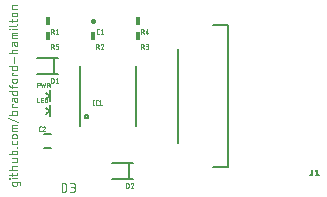
<source format=gbr>
G04 EAGLE Gerber RS-274X export*
G75*
%MOMM*%
%FSLAX34Y34*%
%LPD*%
%INSilkscreen Top*%
%IPPOS*%
%AMOC8*
5,1,8,0,0,1.08239X$1,22.5*%
G01*
%ADD10C,0.050800*%
%ADD11C,0.406400*%
%ADD12C,0.025400*%
%ADD13C,0.152400*%
%ADD14C,0.203200*%
%ADD15C,0.076200*%
%ADD16R,0.406400X0.711200*%
%ADD17C,0.127000*%


D10*
X177546Y28815D02*
X177546Y26839D01*
X177544Y26773D01*
X177539Y26706D01*
X177529Y26641D01*
X177516Y26575D01*
X177500Y26511D01*
X177480Y26448D01*
X177456Y26386D01*
X177429Y26325D01*
X177398Y26266D01*
X177364Y26209D01*
X177327Y26153D01*
X177287Y26100D01*
X177245Y26049D01*
X177199Y26001D01*
X177151Y25955D01*
X177100Y25913D01*
X177047Y25873D01*
X176991Y25836D01*
X176934Y25802D01*
X176875Y25771D01*
X176814Y25744D01*
X176752Y25720D01*
X176689Y25700D01*
X176625Y25684D01*
X176559Y25671D01*
X176494Y25661D01*
X176427Y25656D01*
X176361Y25654D01*
X173990Y25654D01*
X173924Y25656D01*
X173857Y25661D01*
X173792Y25671D01*
X173726Y25684D01*
X173662Y25700D01*
X173599Y25720D01*
X173537Y25744D01*
X173476Y25771D01*
X173417Y25802D01*
X173360Y25836D01*
X173304Y25873D01*
X173251Y25913D01*
X173200Y25955D01*
X173152Y26001D01*
X173106Y26049D01*
X173064Y26100D01*
X173024Y26153D01*
X172987Y26209D01*
X172953Y26266D01*
X172922Y26325D01*
X172895Y26386D01*
X172871Y26448D01*
X172851Y26511D01*
X172835Y26575D01*
X172822Y26641D01*
X172812Y26706D01*
X172807Y26773D01*
X172805Y26839D01*
X172805Y28815D01*
X178731Y28815D01*
X178797Y28813D01*
X178864Y28808D01*
X178929Y28798D01*
X178995Y28785D01*
X179059Y28769D01*
X179122Y28749D01*
X179184Y28725D01*
X179245Y28698D01*
X179304Y28667D01*
X179361Y28633D01*
X179417Y28596D01*
X179470Y28556D01*
X179521Y28514D01*
X179569Y28468D01*
X179615Y28420D01*
X179657Y28369D01*
X179697Y28316D01*
X179734Y28260D01*
X179768Y28203D01*
X179799Y28144D01*
X179826Y28083D01*
X179850Y28021D01*
X179870Y27958D01*
X179886Y27894D01*
X179899Y27828D01*
X179909Y27763D01*
X179914Y27696D01*
X179916Y27630D01*
X179917Y27630D02*
X179917Y26049D01*
X177546Y31839D02*
X172805Y31839D01*
X170829Y31641D02*
X170434Y31641D01*
X170434Y32036D01*
X170829Y32036D01*
X170829Y31641D01*
X172805Y34032D02*
X172805Y36402D01*
X170434Y34822D02*
X176361Y34822D01*
X176427Y34824D01*
X176494Y34829D01*
X176559Y34839D01*
X176625Y34852D01*
X176689Y34868D01*
X176752Y34888D01*
X176814Y34912D01*
X176875Y34939D01*
X176934Y34970D01*
X176991Y35004D01*
X177047Y35041D01*
X177100Y35081D01*
X177151Y35123D01*
X177199Y35169D01*
X177245Y35217D01*
X177287Y35268D01*
X177327Y35321D01*
X177364Y35377D01*
X177398Y35434D01*
X177429Y35493D01*
X177456Y35554D01*
X177480Y35616D01*
X177500Y35679D01*
X177516Y35743D01*
X177529Y35809D01*
X177539Y35874D01*
X177544Y35941D01*
X177546Y36007D01*
X177546Y36402D01*
X177546Y39174D02*
X170434Y39174D01*
X172805Y39174D02*
X172805Y41149D01*
X172807Y41215D01*
X172812Y41282D01*
X172822Y41347D01*
X172835Y41413D01*
X172851Y41477D01*
X172871Y41540D01*
X172895Y41602D01*
X172922Y41663D01*
X172953Y41722D01*
X172987Y41779D01*
X173024Y41835D01*
X173064Y41888D01*
X173106Y41939D01*
X173152Y41987D01*
X173200Y42033D01*
X173251Y42075D01*
X173304Y42115D01*
X173360Y42152D01*
X173417Y42186D01*
X173476Y42217D01*
X173536Y42244D01*
X173599Y42267D01*
X173662Y42288D01*
X173726Y42304D01*
X173791Y42317D01*
X173857Y42327D01*
X173924Y42332D01*
X173990Y42334D01*
X173990Y42335D02*
X177546Y42335D01*
X176361Y45574D02*
X172805Y45574D01*
X176361Y45575D02*
X176427Y45577D01*
X176494Y45582D01*
X176559Y45592D01*
X176625Y45605D01*
X176689Y45621D01*
X176752Y45641D01*
X176814Y45665D01*
X176875Y45692D01*
X176934Y45723D01*
X176991Y45757D01*
X177047Y45794D01*
X177100Y45834D01*
X177151Y45876D01*
X177199Y45922D01*
X177245Y45970D01*
X177287Y46021D01*
X177327Y46074D01*
X177364Y46130D01*
X177398Y46187D01*
X177429Y46246D01*
X177456Y46307D01*
X177480Y46369D01*
X177500Y46432D01*
X177516Y46496D01*
X177529Y46562D01*
X177539Y46627D01*
X177544Y46694D01*
X177546Y46760D01*
X177546Y48735D01*
X172805Y48735D01*
X170434Y52008D02*
X177546Y52008D01*
X177546Y53983D01*
X177544Y54049D01*
X177539Y54116D01*
X177529Y54181D01*
X177516Y54247D01*
X177500Y54311D01*
X177480Y54374D01*
X177456Y54436D01*
X177429Y54497D01*
X177398Y54556D01*
X177364Y54613D01*
X177327Y54669D01*
X177287Y54722D01*
X177245Y54773D01*
X177199Y54821D01*
X177151Y54867D01*
X177100Y54909D01*
X177047Y54949D01*
X176991Y54986D01*
X176934Y55020D01*
X176875Y55051D01*
X176814Y55078D01*
X176752Y55102D01*
X176689Y55122D01*
X176625Y55138D01*
X176559Y55151D01*
X176494Y55161D01*
X176427Y55166D01*
X176361Y55168D01*
X173990Y55168D01*
X173924Y55166D01*
X173857Y55161D01*
X173792Y55151D01*
X173726Y55138D01*
X173662Y55122D01*
X173599Y55102D01*
X173537Y55078D01*
X173476Y55051D01*
X173417Y55020D01*
X173360Y54986D01*
X173304Y54949D01*
X173251Y54909D01*
X173200Y54867D01*
X173152Y54821D01*
X173106Y54773D01*
X173064Y54722D01*
X173024Y54669D01*
X172987Y54613D01*
X172953Y54556D01*
X172922Y54497D01*
X172895Y54436D01*
X172871Y54374D01*
X172851Y54311D01*
X172835Y54247D01*
X172822Y54181D01*
X172812Y54116D01*
X172807Y54049D01*
X172805Y53983D01*
X172805Y52008D01*
X177151Y57701D02*
X177546Y57701D01*
X177151Y57701D02*
X177151Y58097D01*
X177546Y58097D01*
X177546Y57701D01*
X177546Y61855D02*
X177546Y63435D01*
X177546Y61855D02*
X177544Y61789D01*
X177539Y61722D01*
X177529Y61657D01*
X177516Y61591D01*
X177500Y61527D01*
X177480Y61464D01*
X177456Y61402D01*
X177429Y61341D01*
X177398Y61282D01*
X177364Y61225D01*
X177327Y61169D01*
X177287Y61116D01*
X177245Y61065D01*
X177199Y61017D01*
X177151Y60971D01*
X177100Y60929D01*
X177047Y60889D01*
X176991Y60852D01*
X176934Y60818D01*
X176875Y60787D01*
X176814Y60760D01*
X176752Y60736D01*
X176689Y60716D01*
X176625Y60700D01*
X176559Y60687D01*
X176494Y60677D01*
X176427Y60672D01*
X176361Y60670D01*
X176361Y60669D02*
X173990Y60669D01*
X173990Y60670D02*
X173924Y60672D01*
X173857Y60677D01*
X173792Y60687D01*
X173726Y60700D01*
X173662Y60716D01*
X173599Y60736D01*
X173537Y60760D01*
X173476Y60787D01*
X173417Y60818D01*
X173360Y60852D01*
X173304Y60889D01*
X173251Y60929D01*
X173200Y60971D01*
X173152Y61017D01*
X173106Y61065D01*
X173064Y61116D01*
X173024Y61169D01*
X172987Y61225D01*
X172953Y61282D01*
X172922Y61341D01*
X172895Y61402D01*
X172871Y61464D01*
X172851Y61527D01*
X172835Y61591D01*
X172822Y61657D01*
X172812Y61722D01*
X172807Y61789D01*
X172805Y61855D01*
X172805Y63435D01*
X174385Y65920D02*
X175966Y65920D01*
X174385Y65920D02*
X174306Y65922D01*
X174228Y65928D01*
X174150Y65938D01*
X174072Y65951D01*
X173995Y65969D01*
X173919Y65990D01*
X173845Y66015D01*
X173771Y66044D01*
X173699Y66076D01*
X173629Y66112D01*
X173561Y66152D01*
X173495Y66195D01*
X173431Y66241D01*
X173369Y66290D01*
X173310Y66342D01*
X173254Y66397D01*
X173200Y66455D01*
X173150Y66515D01*
X173102Y66578D01*
X173058Y66643D01*
X173017Y66710D01*
X172979Y66779D01*
X172945Y66850D01*
X172914Y66923D01*
X172887Y66997D01*
X172864Y67072D01*
X172845Y67148D01*
X172829Y67226D01*
X172817Y67304D01*
X172809Y67382D01*
X172805Y67461D01*
X172805Y67539D01*
X172809Y67618D01*
X172817Y67696D01*
X172829Y67774D01*
X172845Y67852D01*
X172864Y67928D01*
X172887Y68003D01*
X172914Y68077D01*
X172945Y68150D01*
X172979Y68221D01*
X173017Y68290D01*
X173058Y68357D01*
X173102Y68422D01*
X173150Y68485D01*
X173200Y68545D01*
X173254Y68603D01*
X173310Y68658D01*
X173369Y68710D01*
X173431Y68759D01*
X173495Y68805D01*
X173561Y68848D01*
X173629Y68888D01*
X173699Y68924D01*
X173771Y68956D01*
X173845Y68985D01*
X173919Y69010D01*
X173995Y69031D01*
X174072Y69049D01*
X174150Y69062D01*
X174228Y69072D01*
X174306Y69078D01*
X174385Y69080D01*
X174385Y69081D02*
X175966Y69081D01*
X175966Y69080D02*
X176045Y69078D01*
X176123Y69072D01*
X176201Y69062D01*
X176279Y69049D01*
X176356Y69031D01*
X176432Y69010D01*
X176506Y68985D01*
X176580Y68956D01*
X176652Y68924D01*
X176722Y68888D01*
X176790Y68848D01*
X176856Y68805D01*
X176920Y68759D01*
X176982Y68710D01*
X177041Y68658D01*
X177097Y68603D01*
X177151Y68545D01*
X177201Y68485D01*
X177249Y68422D01*
X177293Y68357D01*
X177334Y68290D01*
X177372Y68221D01*
X177406Y68150D01*
X177437Y68077D01*
X177464Y68003D01*
X177487Y67928D01*
X177506Y67852D01*
X177522Y67774D01*
X177534Y67696D01*
X177542Y67618D01*
X177546Y67539D01*
X177546Y67461D01*
X177542Y67382D01*
X177534Y67304D01*
X177522Y67226D01*
X177506Y67148D01*
X177487Y67072D01*
X177464Y66997D01*
X177437Y66923D01*
X177406Y66850D01*
X177372Y66779D01*
X177334Y66710D01*
X177293Y66643D01*
X177249Y66578D01*
X177201Y66515D01*
X177151Y66455D01*
X177097Y66397D01*
X177041Y66342D01*
X176982Y66290D01*
X176920Y66241D01*
X176856Y66195D01*
X176790Y66152D01*
X176722Y66112D01*
X176652Y66076D01*
X176580Y66044D01*
X176506Y66015D01*
X176432Y65990D01*
X176356Y65969D01*
X176279Y65951D01*
X176201Y65938D01*
X176123Y65928D01*
X176045Y65922D01*
X175966Y65920D01*
X177546Y72216D02*
X172805Y72216D01*
X172805Y75772D01*
X172807Y75838D01*
X172812Y75905D01*
X172822Y75970D01*
X172835Y76036D01*
X172851Y76100D01*
X172871Y76163D01*
X172895Y76225D01*
X172922Y76286D01*
X172953Y76345D01*
X172987Y76402D01*
X173024Y76458D01*
X173064Y76511D01*
X173106Y76562D01*
X173152Y76610D01*
X173200Y76656D01*
X173251Y76698D01*
X173304Y76738D01*
X173360Y76775D01*
X173417Y76809D01*
X173476Y76840D01*
X173537Y76867D01*
X173599Y76891D01*
X173662Y76911D01*
X173726Y76927D01*
X173792Y76940D01*
X173857Y76950D01*
X173924Y76955D01*
X173990Y76957D01*
X177546Y76957D01*
X177546Y74587D02*
X172805Y74587D01*
X178336Y79864D02*
X169644Y83025D01*
X170434Y85840D02*
X177546Y85840D01*
X177546Y87816D01*
X177544Y87882D01*
X177539Y87949D01*
X177529Y88014D01*
X177516Y88080D01*
X177500Y88144D01*
X177480Y88207D01*
X177456Y88269D01*
X177429Y88330D01*
X177398Y88389D01*
X177364Y88446D01*
X177327Y88502D01*
X177287Y88555D01*
X177245Y88606D01*
X177199Y88654D01*
X177151Y88700D01*
X177100Y88742D01*
X177047Y88782D01*
X176991Y88819D01*
X176934Y88853D01*
X176875Y88884D01*
X176814Y88911D01*
X176752Y88935D01*
X176689Y88955D01*
X176625Y88971D01*
X176559Y88984D01*
X176494Y88994D01*
X176427Y88999D01*
X176361Y89001D01*
X173990Y89001D01*
X173924Y88999D01*
X173857Y88994D01*
X173792Y88984D01*
X173726Y88971D01*
X173662Y88955D01*
X173599Y88935D01*
X173537Y88911D01*
X173476Y88884D01*
X173417Y88853D01*
X173360Y88819D01*
X173304Y88782D01*
X173251Y88742D01*
X173200Y88700D01*
X173152Y88654D01*
X173106Y88606D01*
X173064Y88555D01*
X173024Y88502D01*
X172987Y88446D01*
X172953Y88389D01*
X172922Y88330D01*
X172895Y88269D01*
X172871Y88207D01*
X172851Y88144D01*
X172835Y88080D01*
X172822Y88014D01*
X172812Y87949D01*
X172807Y87882D01*
X172805Y87816D01*
X172805Y85840D01*
X172805Y92016D02*
X177546Y92016D01*
X172805Y92016D02*
X172805Y94387D01*
X173595Y94387D01*
X174780Y97902D02*
X174780Y99680D01*
X174780Y97902D02*
X174782Y97828D01*
X174788Y97755D01*
X174798Y97682D01*
X174811Y97610D01*
X174829Y97538D01*
X174850Y97468D01*
X174875Y97398D01*
X174904Y97331D01*
X174936Y97264D01*
X174971Y97200D01*
X175011Y97137D01*
X175053Y97077D01*
X175098Y97019D01*
X175147Y96964D01*
X175198Y96911D01*
X175252Y96861D01*
X175309Y96814D01*
X175368Y96770D01*
X175429Y96730D01*
X175493Y96692D01*
X175558Y96658D01*
X175625Y96628D01*
X175694Y96601D01*
X175764Y96578D01*
X175835Y96559D01*
X175907Y96543D01*
X175979Y96531D01*
X176053Y96523D01*
X176126Y96519D01*
X176200Y96519D01*
X176273Y96523D01*
X176347Y96531D01*
X176419Y96543D01*
X176491Y96559D01*
X176562Y96578D01*
X176632Y96601D01*
X176701Y96628D01*
X176768Y96658D01*
X176833Y96692D01*
X176897Y96730D01*
X176958Y96770D01*
X177017Y96814D01*
X177074Y96861D01*
X177128Y96911D01*
X177179Y96964D01*
X177228Y97019D01*
X177273Y97077D01*
X177315Y97137D01*
X177355Y97200D01*
X177390Y97264D01*
X177422Y97331D01*
X177451Y97398D01*
X177476Y97468D01*
X177497Y97538D01*
X177515Y97610D01*
X177528Y97682D01*
X177538Y97755D01*
X177544Y97828D01*
X177546Y97902D01*
X177546Y99680D01*
X173990Y99680D01*
X173924Y99678D01*
X173857Y99673D01*
X173792Y99663D01*
X173726Y99650D01*
X173662Y99634D01*
X173599Y99614D01*
X173537Y99590D01*
X173476Y99563D01*
X173417Y99532D01*
X173360Y99498D01*
X173304Y99461D01*
X173251Y99421D01*
X173200Y99379D01*
X173152Y99333D01*
X173106Y99285D01*
X173064Y99234D01*
X173024Y99181D01*
X172987Y99125D01*
X172953Y99068D01*
X172922Y99009D01*
X172895Y98948D01*
X172871Y98886D01*
X172851Y98823D01*
X172835Y98759D01*
X172822Y98693D01*
X172812Y98628D01*
X172807Y98561D01*
X172805Y98495D01*
X172805Y96915D01*
X170434Y105852D02*
X177546Y105852D01*
X177546Y103877D01*
X177544Y103811D01*
X177539Y103744D01*
X177529Y103679D01*
X177516Y103613D01*
X177500Y103549D01*
X177480Y103486D01*
X177456Y103424D01*
X177429Y103363D01*
X177398Y103304D01*
X177364Y103247D01*
X177327Y103191D01*
X177287Y103138D01*
X177245Y103087D01*
X177199Y103039D01*
X177151Y102993D01*
X177100Y102951D01*
X177047Y102911D01*
X176991Y102874D01*
X176934Y102840D01*
X176875Y102809D01*
X176814Y102782D01*
X176752Y102758D01*
X176689Y102738D01*
X176625Y102722D01*
X176559Y102709D01*
X176494Y102699D01*
X176427Y102694D01*
X176361Y102692D01*
X173990Y102692D01*
X173924Y102694D01*
X173857Y102699D01*
X173792Y102709D01*
X173726Y102722D01*
X173662Y102738D01*
X173599Y102758D01*
X173537Y102782D01*
X173476Y102809D01*
X173417Y102840D01*
X173360Y102874D01*
X173304Y102911D01*
X173251Y102951D01*
X173200Y102993D01*
X173152Y103039D01*
X173106Y103087D01*
X173064Y103138D01*
X173024Y103191D01*
X172987Y103247D01*
X172953Y103304D01*
X172922Y103363D01*
X172895Y103424D01*
X172871Y103486D01*
X172851Y103549D01*
X172835Y103613D01*
X172822Y103679D01*
X172812Y103744D01*
X172807Y103811D01*
X172805Y103877D01*
X172805Y105852D01*
X171619Y109279D02*
X177546Y109279D01*
X171619Y109279D02*
X171553Y109281D01*
X171486Y109286D01*
X171421Y109296D01*
X171355Y109309D01*
X171291Y109325D01*
X171228Y109345D01*
X171166Y109369D01*
X171105Y109396D01*
X171046Y109427D01*
X170989Y109461D01*
X170933Y109498D01*
X170880Y109538D01*
X170829Y109580D01*
X170781Y109626D01*
X170735Y109674D01*
X170693Y109725D01*
X170653Y109778D01*
X170616Y109834D01*
X170582Y109891D01*
X170551Y109950D01*
X170524Y110010D01*
X170501Y110073D01*
X170480Y110136D01*
X170464Y110200D01*
X170451Y110265D01*
X170441Y110331D01*
X170436Y110397D01*
X170434Y110464D01*
X170434Y110859D01*
X172805Y110859D02*
X172805Y108489D01*
X174385Y112782D02*
X175966Y112782D01*
X174385Y112783D02*
X174306Y112785D01*
X174228Y112791D01*
X174150Y112801D01*
X174072Y112814D01*
X173995Y112832D01*
X173919Y112853D01*
X173845Y112878D01*
X173771Y112907D01*
X173699Y112939D01*
X173629Y112975D01*
X173561Y113015D01*
X173495Y113058D01*
X173431Y113104D01*
X173369Y113153D01*
X173310Y113205D01*
X173254Y113260D01*
X173200Y113318D01*
X173150Y113378D01*
X173102Y113441D01*
X173058Y113506D01*
X173017Y113573D01*
X172979Y113642D01*
X172945Y113713D01*
X172914Y113786D01*
X172887Y113860D01*
X172864Y113935D01*
X172845Y114011D01*
X172829Y114089D01*
X172817Y114167D01*
X172809Y114245D01*
X172805Y114324D01*
X172805Y114402D01*
X172809Y114481D01*
X172817Y114559D01*
X172829Y114637D01*
X172845Y114715D01*
X172864Y114791D01*
X172887Y114866D01*
X172914Y114940D01*
X172945Y115013D01*
X172979Y115084D01*
X173017Y115153D01*
X173058Y115220D01*
X173102Y115285D01*
X173150Y115348D01*
X173200Y115408D01*
X173254Y115466D01*
X173310Y115521D01*
X173369Y115573D01*
X173431Y115622D01*
X173495Y115668D01*
X173561Y115711D01*
X173629Y115751D01*
X173699Y115787D01*
X173771Y115819D01*
X173845Y115848D01*
X173919Y115873D01*
X173995Y115894D01*
X174072Y115912D01*
X174150Y115925D01*
X174228Y115935D01*
X174306Y115941D01*
X174385Y115943D01*
X175966Y115943D01*
X176045Y115941D01*
X176123Y115935D01*
X176201Y115925D01*
X176279Y115912D01*
X176356Y115894D01*
X176432Y115873D01*
X176506Y115848D01*
X176580Y115819D01*
X176652Y115787D01*
X176722Y115751D01*
X176790Y115711D01*
X176856Y115668D01*
X176920Y115622D01*
X176982Y115573D01*
X177041Y115521D01*
X177097Y115466D01*
X177151Y115408D01*
X177201Y115348D01*
X177249Y115285D01*
X177293Y115220D01*
X177334Y115153D01*
X177372Y115084D01*
X177406Y115013D01*
X177437Y114940D01*
X177464Y114866D01*
X177487Y114791D01*
X177506Y114715D01*
X177522Y114637D01*
X177534Y114559D01*
X177542Y114481D01*
X177546Y114402D01*
X177546Y114324D01*
X177542Y114245D01*
X177534Y114167D01*
X177522Y114089D01*
X177506Y114011D01*
X177487Y113935D01*
X177464Y113860D01*
X177437Y113786D01*
X177406Y113713D01*
X177372Y113642D01*
X177334Y113573D01*
X177293Y113506D01*
X177249Y113441D01*
X177201Y113378D01*
X177151Y113318D01*
X177097Y113260D01*
X177041Y113205D01*
X176982Y113153D01*
X176920Y113104D01*
X176856Y113058D01*
X176790Y113015D01*
X176722Y112975D01*
X176652Y112939D01*
X176580Y112907D01*
X176506Y112878D01*
X176432Y112853D01*
X176356Y112832D01*
X176279Y112814D01*
X176201Y112801D01*
X176123Y112791D01*
X176045Y112785D01*
X175966Y112783D01*
X177546Y118991D02*
X172805Y118991D01*
X172805Y121362D01*
X173595Y121362D01*
X170434Y126655D02*
X177546Y126655D01*
X177546Y124679D01*
X177544Y124613D01*
X177539Y124546D01*
X177529Y124481D01*
X177516Y124415D01*
X177500Y124351D01*
X177480Y124288D01*
X177456Y124226D01*
X177429Y124165D01*
X177398Y124106D01*
X177364Y124049D01*
X177327Y123993D01*
X177287Y123940D01*
X177245Y123889D01*
X177199Y123841D01*
X177151Y123795D01*
X177100Y123753D01*
X177047Y123713D01*
X176991Y123676D01*
X176934Y123642D01*
X176875Y123611D01*
X176814Y123584D01*
X176752Y123560D01*
X176689Y123540D01*
X176625Y123524D01*
X176559Y123511D01*
X176494Y123501D01*
X176427Y123496D01*
X176361Y123494D01*
X173990Y123494D01*
X173924Y123496D01*
X173857Y123501D01*
X173792Y123511D01*
X173726Y123524D01*
X173662Y123540D01*
X173599Y123560D01*
X173537Y123584D01*
X173476Y123611D01*
X173417Y123642D01*
X173360Y123676D01*
X173304Y123713D01*
X173251Y123753D01*
X173200Y123795D01*
X173152Y123841D01*
X173106Y123889D01*
X173064Y123940D01*
X173024Y123993D01*
X172987Y124049D01*
X172953Y124106D01*
X172922Y124165D01*
X172895Y124226D01*
X172871Y124288D01*
X172851Y124351D01*
X172835Y124415D01*
X172822Y124481D01*
X172812Y124546D01*
X172807Y124613D01*
X172805Y124679D01*
X172805Y126655D01*
X174780Y129823D02*
X174780Y134564D01*
X177546Y137700D02*
X170434Y137700D01*
X172805Y137700D02*
X172805Y139675D01*
X172807Y139741D01*
X172812Y139808D01*
X172822Y139873D01*
X172835Y139939D01*
X172851Y140003D01*
X172871Y140066D01*
X172895Y140128D01*
X172922Y140189D01*
X172953Y140248D01*
X172987Y140305D01*
X173024Y140361D01*
X173064Y140414D01*
X173106Y140465D01*
X173152Y140513D01*
X173200Y140559D01*
X173251Y140601D01*
X173304Y140641D01*
X173360Y140678D01*
X173417Y140712D01*
X173476Y140743D01*
X173536Y140770D01*
X173599Y140793D01*
X173662Y140814D01*
X173726Y140830D01*
X173791Y140843D01*
X173857Y140853D01*
X173924Y140858D01*
X173990Y140860D01*
X177546Y140860D01*
X174780Y145222D02*
X174780Y147000D01*
X174780Y145222D02*
X174782Y145148D01*
X174788Y145075D01*
X174798Y145002D01*
X174811Y144930D01*
X174829Y144858D01*
X174850Y144788D01*
X174875Y144718D01*
X174904Y144651D01*
X174936Y144584D01*
X174971Y144520D01*
X175011Y144457D01*
X175053Y144397D01*
X175098Y144339D01*
X175147Y144284D01*
X175198Y144231D01*
X175252Y144181D01*
X175309Y144134D01*
X175368Y144090D01*
X175429Y144050D01*
X175493Y144012D01*
X175558Y143978D01*
X175625Y143948D01*
X175694Y143921D01*
X175764Y143898D01*
X175835Y143879D01*
X175907Y143863D01*
X175979Y143851D01*
X176053Y143843D01*
X176126Y143839D01*
X176200Y143839D01*
X176273Y143843D01*
X176347Y143851D01*
X176419Y143863D01*
X176491Y143879D01*
X176562Y143898D01*
X176632Y143921D01*
X176701Y143948D01*
X176768Y143978D01*
X176833Y144012D01*
X176897Y144050D01*
X176958Y144090D01*
X177017Y144134D01*
X177074Y144181D01*
X177128Y144231D01*
X177179Y144284D01*
X177228Y144339D01*
X177273Y144397D01*
X177315Y144457D01*
X177355Y144520D01*
X177390Y144584D01*
X177422Y144651D01*
X177451Y144718D01*
X177476Y144788D01*
X177497Y144858D01*
X177515Y144930D01*
X177528Y145002D01*
X177538Y145075D01*
X177544Y145148D01*
X177546Y145222D01*
X177546Y147000D01*
X173990Y147000D01*
X173924Y146998D01*
X173857Y146993D01*
X173792Y146983D01*
X173726Y146970D01*
X173662Y146954D01*
X173599Y146934D01*
X173537Y146910D01*
X173476Y146883D01*
X173417Y146852D01*
X173360Y146818D01*
X173304Y146781D01*
X173251Y146741D01*
X173200Y146699D01*
X173152Y146653D01*
X173106Y146605D01*
X173064Y146554D01*
X173024Y146501D01*
X172987Y146445D01*
X172953Y146388D01*
X172922Y146329D01*
X172895Y146268D01*
X172871Y146206D01*
X172851Y146143D01*
X172835Y146079D01*
X172822Y146013D01*
X172812Y145948D01*
X172807Y145881D01*
X172805Y145815D01*
X172805Y144234D01*
X172805Y150397D02*
X177546Y150397D01*
X172805Y150397D02*
X172805Y153953D01*
X172807Y154019D01*
X172812Y154086D01*
X172822Y154151D01*
X172835Y154217D01*
X172851Y154281D01*
X172871Y154344D01*
X172895Y154406D01*
X172922Y154467D01*
X172953Y154526D01*
X172987Y154583D01*
X173024Y154639D01*
X173064Y154692D01*
X173106Y154743D01*
X173152Y154791D01*
X173200Y154837D01*
X173251Y154879D01*
X173304Y154919D01*
X173360Y154956D01*
X173417Y154990D01*
X173476Y155021D01*
X173537Y155048D01*
X173599Y155072D01*
X173662Y155092D01*
X173726Y155108D01*
X173792Y155121D01*
X173857Y155131D01*
X173924Y155136D01*
X173990Y155138D01*
X177546Y155138D01*
X177546Y152767D02*
X172805Y152767D01*
X172805Y158254D02*
X177546Y158254D01*
X170829Y158056D02*
X170434Y158056D01*
X170434Y158451D01*
X170829Y158451D01*
X170829Y158056D01*
X170434Y161118D02*
X176361Y161118D01*
X176427Y161120D01*
X176494Y161125D01*
X176559Y161135D01*
X176625Y161148D01*
X176689Y161164D01*
X176752Y161184D01*
X176814Y161208D01*
X176875Y161235D01*
X176934Y161266D01*
X176991Y161300D01*
X177047Y161337D01*
X177100Y161377D01*
X177151Y161419D01*
X177199Y161465D01*
X177245Y161513D01*
X177287Y161564D01*
X177327Y161617D01*
X177364Y161673D01*
X177398Y161730D01*
X177429Y161789D01*
X177456Y161850D01*
X177480Y161912D01*
X177500Y161975D01*
X177516Y162039D01*
X177529Y162105D01*
X177539Y162170D01*
X177544Y162237D01*
X177546Y162303D01*
X172805Y164104D02*
X172805Y166475D01*
X170434Y164894D02*
X176361Y164894D01*
X176361Y164895D02*
X176427Y164897D01*
X176494Y164902D01*
X176559Y164912D01*
X176625Y164925D01*
X176689Y164941D01*
X176752Y164961D01*
X176814Y164985D01*
X176875Y165012D01*
X176934Y165043D01*
X176991Y165077D01*
X177047Y165114D01*
X177100Y165154D01*
X177151Y165196D01*
X177199Y165242D01*
X177245Y165290D01*
X177287Y165341D01*
X177327Y165394D01*
X177364Y165450D01*
X177398Y165507D01*
X177429Y165566D01*
X177456Y165627D01*
X177480Y165689D01*
X177500Y165752D01*
X177516Y165816D01*
X177529Y165882D01*
X177539Y165947D01*
X177544Y166014D01*
X177546Y166080D01*
X177546Y166475D01*
X175966Y169018D02*
X174385Y169018D01*
X174306Y169020D01*
X174228Y169026D01*
X174150Y169036D01*
X174072Y169049D01*
X173995Y169067D01*
X173919Y169088D01*
X173845Y169113D01*
X173771Y169142D01*
X173699Y169174D01*
X173629Y169210D01*
X173561Y169250D01*
X173495Y169293D01*
X173431Y169339D01*
X173369Y169388D01*
X173310Y169440D01*
X173254Y169495D01*
X173200Y169553D01*
X173150Y169613D01*
X173102Y169676D01*
X173058Y169741D01*
X173017Y169808D01*
X172979Y169877D01*
X172945Y169948D01*
X172914Y170021D01*
X172887Y170095D01*
X172864Y170170D01*
X172845Y170246D01*
X172829Y170324D01*
X172817Y170402D01*
X172809Y170480D01*
X172805Y170559D01*
X172805Y170637D01*
X172809Y170716D01*
X172817Y170794D01*
X172829Y170872D01*
X172845Y170950D01*
X172864Y171026D01*
X172887Y171101D01*
X172914Y171175D01*
X172945Y171248D01*
X172979Y171319D01*
X173017Y171388D01*
X173058Y171455D01*
X173102Y171520D01*
X173150Y171583D01*
X173200Y171643D01*
X173254Y171701D01*
X173310Y171756D01*
X173369Y171808D01*
X173431Y171857D01*
X173495Y171903D01*
X173561Y171946D01*
X173629Y171986D01*
X173699Y172022D01*
X173771Y172054D01*
X173845Y172083D01*
X173919Y172108D01*
X173995Y172129D01*
X174072Y172147D01*
X174150Y172160D01*
X174228Y172170D01*
X174306Y172176D01*
X174385Y172178D01*
X175966Y172178D01*
X176045Y172176D01*
X176123Y172170D01*
X176201Y172160D01*
X176279Y172147D01*
X176356Y172129D01*
X176432Y172108D01*
X176506Y172083D01*
X176580Y172054D01*
X176652Y172022D01*
X176722Y171986D01*
X176790Y171946D01*
X176856Y171903D01*
X176920Y171857D01*
X176982Y171808D01*
X177041Y171756D01*
X177097Y171701D01*
X177151Y171643D01*
X177201Y171583D01*
X177249Y171520D01*
X177293Y171455D01*
X177334Y171388D01*
X177372Y171319D01*
X177406Y171248D01*
X177437Y171175D01*
X177464Y171101D01*
X177487Y171026D01*
X177506Y170950D01*
X177522Y170872D01*
X177534Y170794D01*
X177542Y170716D01*
X177546Y170637D01*
X177546Y170559D01*
X177542Y170480D01*
X177534Y170402D01*
X177522Y170324D01*
X177506Y170246D01*
X177487Y170170D01*
X177464Y170095D01*
X177437Y170021D01*
X177406Y169948D01*
X177372Y169877D01*
X177334Y169808D01*
X177293Y169741D01*
X177249Y169676D01*
X177201Y169613D01*
X177151Y169553D01*
X177097Y169495D01*
X177041Y169440D01*
X176982Y169388D01*
X176920Y169339D01*
X176856Y169293D01*
X176790Y169250D01*
X176722Y169210D01*
X176652Y169174D01*
X176580Y169142D01*
X176506Y169113D01*
X176432Y169088D01*
X176356Y169067D01*
X176279Y169049D01*
X176201Y169036D01*
X176123Y169026D01*
X176045Y169020D01*
X175966Y169018D01*
X177546Y175190D02*
X172805Y175190D01*
X172805Y177165D01*
X172807Y177231D01*
X172812Y177298D01*
X172822Y177363D01*
X172835Y177429D01*
X172851Y177493D01*
X172871Y177556D01*
X172895Y177618D01*
X172922Y177679D01*
X172953Y177738D01*
X172987Y177795D01*
X173024Y177851D01*
X173064Y177904D01*
X173106Y177955D01*
X173152Y178003D01*
X173200Y178049D01*
X173251Y178091D01*
X173304Y178131D01*
X173360Y178168D01*
X173417Y178202D01*
X173476Y178233D01*
X173536Y178260D01*
X173599Y178283D01*
X173662Y178304D01*
X173726Y178320D01*
X173791Y178333D01*
X173857Y178343D01*
X173924Y178348D01*
X173990Y178350D01*
X173990Y178351D02*
X177546Y178351D01*
D11*
X241300Y165405D02*
X241300Y164795D01*
D12*
X245736Y154178D02*
X246582Y154178D01*
X245736Y154178D02*
X245681Y154180D01*
X245625Y154185D01*
X245571Y154194D01*
X245517Y154207D01*
X245464Y154223D01*
X245412Y154242D01*
X245361Y154265D01*
X245313Y154291D01*
X245265Y154321D01*
X245220Y154353D01*
X245178Y154388D01*
X245137Y154426D01*
X245099Y154467D01*
X245064Y154509D01*
X245032Y154554D01*
X245002Y154602D01*
X244976Y154650D01*
X244953Y154701D01*
X244934Y154753D01*
X244918Y154806D01*
X244905Y154860D01*
X244896Y154914D01*
X244891Y154970D01*
X244889Y155025D01*
X244889Y157141D01*
X244891Y157199D01*
X244897Y157256D01*
X244907Y157313D01*
X244920Y157370D01*
X244938Y157425D01*
X244959Y157478D01*
X244984Y157531D01*
X245012Y157581D01*
X245044Y157629D01*
X245079Y157676D01*
X245117Y157719D01*
X245158Y157760D01*
X245201Y157798D01*
X245248Y157833D01*
X245296Y157865D01*
X245346Y157893D01*
X245399Y157918D01*
X245452Y157939D01*
X245507Y157957D01*
X245564Y157970D01*
X245621Y157980D01*
X245678Y157986D01*
X245736Y157988D01*
X246582Y157988D01*
X247946Y157141D02*
X249005Y157988D01*
X249005Y154178D01*
X250063Y154178D02*
X247946Y154178D01*
D13*
X206200Y69500D02*
X200200Y69500D01*
X200200Y57500D02*
X206200Y57500D01*
D12*
X197400Y71882D02*
X196554Y71882D01*
X196499Y71884D01*
X196443Y71889D01*
X196389Y71898D01*
X196335Y71911D01*
X196282Y71927D01*
X196230Y71946D01*
X196179Y71969D01*
X196131Y71995D01*
X196083Y72025D01*
X196038Y72057D01*
X195996Y72092D01*
X195955Y72130D01*
X195917Y72171D01*
X195882Y72213D01*
X195850Y72258D01*
X195820Y72306D01*
X195794Y72354D01*
X195771Y72405D01*
X195752Y72457D01*
X195736Y72510D01*
X195723Y72564D01*
X195714Y72618D01*
X195709Y72674D01*
X195707Y72729D01*
X195707Y74845D01*
X195709Y74903D01*
X195715Y74960D01*
X195725Y75017D01*
X195738Y75074D01*
X195756Y75129D01*
X195777Y75182D01*
X195802Y75235D01*
X195830Y75285D01*
X195862Y75333D01*
X195897Y75380D01*
X195935Y75423D01*
X195976Y75464D01*
X196019Y75502D01*
X196066Y75537D01*
X196114Y75569D01*
X196164Y75597D01*
X196217Y75622D01*
X196270Y75643D01*
X196325Y75661D01*
X196382Y75674D01*
X196439Y75684D01*
X196496Y75690D01*
X196554Y75692D01*
X197400Y75692D01*
X199929Y75693D02*
X199989Y75691D01*
X200048Y75685D01*
X200108Y75676D01*
X200166Y75663D01*
X200223Y75646D01*
X200280Y75626D01*
X200335Y75602D01*
X200388Y75575D01*
X200440Y75545D01*
X200489Y75511D01*
X200536Y75474D01*
X200581Y75435D01*
X200624Y75392D01*
X200663Y75347D01*
X200700Y75300D01*
X200734Y75251D01*
X200764Y75199D01*
X200791Y75146D01*
X200815Y75091D01*
X200835Y75034D01*
X200852Y74977D01*
X200865Y74919D01*
X200874Y74859D01*
X200880Y74800D01*
X200882Y74740D01*
X199929Y75692D02*
X199862Y75690D01*
X199795Y75685D01*
X199729Y75676D01*
X199663Y75663D01*
X199599Y75647D01*
X199535Y75627D01*
X199472Y75603D01*
X199410Y75577D01*
X199351Y75547D01*
X199293Y75514D01*
X199236Y75477D01*
X199182Y75438D01*
X199130Y75396D01*
X199081Y75351D01*
X199034Y75303D01*
X198990Y75253D01*
X198948Y75200D01*
X198910Y75145D01*
X198874Y75089D01*
X198842Y75030D01*
X198813Y74970D01*
X198787Y74908D01*
X198765Y74845D01*
X200564Y73999D02*
X200605Y74041D01*
X200644Y74086D01*
X200681Y74132D01*
X200715Y74181D01*
X200746Y74231D01*
X200773Y74283D01*
X200798Y74337D01*
X200820Y74392D01*
X200839Y74448D01*
X200854Y74505D01*
X200866Y74563D01*
X200874Y74622D01*
X200879Y74681D01*
X200881Y74740D01*
X200564Y73999D02*
X198764Y71882D01*
X200881Y71882D01*
D14*
X208200Y120500D02*
X212200Y120500D01*
X208200Y120500D02*
X194200Y120500D01*
X208200Y133500D02*
X212200Y133500D01*
X208200Y133500D02*
X194200Y133500D01*
X208200Y133500D02*
X208200Y120500D01*
D12*
X206067Y116713D02*
X206067Y112903D01*
X206067Y116713D02*
X207125Y116713D01*
X207189Y116711D01*
X207253Y116705D01*
X207316Y116696D01*
X207378Y116682D01*
X207440Y116665D01*
X207500Y116644D01*
X207559Y116620D01*
X207617Y116592D01*
X207672Y116560D01*
X207726Y116526D01*
X207777Y116488D01*
X207827Y116447D01*
X207873Y116403D01*
X207917Y116357D01*
X207958Y116307D01*
X207996Y116256D01*
X208030Y116202D01*
X208062Y116147D01*
X208090Y116089D01*
X208114Y116030D01*
X208135Y115970D01*
X208152Y115908D01*
X208166Y115846D01*
X208175Y115783D01*
X208181Y115719D01*
X208183Y115655D01*
X208184Y115655D02*
X208184Y113961D01*
X208183Y113961D02*
X208181Y113897D01*
X208175Y113833D01*
X208166Y113770D01*
X208152Y113708D01*
X208135Y113646D01*
X208114Y113586D01*
X208090Y113527D01*
X208062Y113469D01*
X208030Y113414D01*
X207996Y113360D01*
X207958Y113309D01*
X207917Y113259D01*
X207873Y113213D01*
X207827Y113169D01*
X207777Y113128D01*
X207726Y113090D01*
X207672Y113056D01*
X207617Y113024D01*
X207559Y112996D01*
X207500Y112972D01*
X207440Y112951D01*
X207378Y112934D01*
X207316Y112920D01*
X207253Y112911D01*
X207189Y112905D01*
X207125Y112903D01*
X206067Y112903D01*
X209846Y115866D02*
X210905Y116713D01*
X210905Y112903D01*
X211963Y112903D02*
X209846Y112903D01*
D14*
X271700Y31600D02*
X275700Y31600D01*
X271700Y31600D02*
X257700Y31600D01*
X271700Y44600D02*
X275700Y44600D01*
X271700Y44600D02*
X257700Y44600D01*
X271700Y44600D02*
X271700Y31600D01*
D12*
X269567Y27813D02*
X269567Y24003D01*
X269567Y27813D02*
X270625Y27813D01*
X270689Y27811D01*
X270753Y27805D01*
X270816Y27796D01*
X270878Y27782D01*
X270940Y27765D01*
X271000Y27744D01*
X271059Y27720D01*
X271117Y27692D01*
X271172Y27660D01*
X271226Y27626D01*
X271277Y27588D01*
X271327Y27547D01*
X271373Y27503D01*
X271417Y27457D01*
X271458Y27407D01*
X271496Y27356D01*
X271530Y27302D01*
X271562Y27247D01*
X271590Y27189D01*
X271614Y27130D01*
X271635Y27070D01*
X271652Y27008D01*
X271666Y26946D01*
X271675Y26883D01*
X271681Y26819D01*
X271683Y26755D01*
X271684Y26755D02*
X271684Y25061D01*
X271683Y25061D02*
X271681Y24997D01*
X271675Y24933D01*
X271666Y24870D01*
X271652Y24808D01*
X271635Y24746D01*
X271614Y24686D01*
X271590Y24627D01*
X271562Y24569D01*
X271530Y24514D01*
X271496Y24460D01*
X271458Y24409D01*
X271417Y24359D01*
X271373Y24313D01*
X271327Y24269D01*
X271277Y24228D01*
X271226Y24190D01*
X271172Y24156D01*
X271117Y24124D01*
X271059Y24096D01*
X271000Y24072D01*
X270940Y24051D01*
X270878Y24034D01*
X270816Y24020D01*
X270753Y24011D01*
X270689Y24005D01*
X270625Y24003D01*
X269567Y24003D01*
X274511Y27814D02*
X274571Y27812D01*
X274630Y27806D01*
X274690Y27797D01*
X274748Y27784D01*
X274805Y27767D01*
X274862Y27747D01*
X274917Y27723D01*
X274970Y27696D01*
X275022Y27666D01*
X275071Y27632D01*
X275118Y27595D01*
X275163Y27556D01*
X275206Y27513D01*
X275245Y27468D01*
X275282Y27421D01*
X275316Y27372D01*
X275346Y27320D01*
X275373Y27267D01*
X275397Y27212D01*
X275417Y27155D01*
X275434Y27098D01*
X275447Y27040D01*
X275456Y26980D01*
X275462Y26921D01*
X275464Y26861D01*
X274511Y27813D02*
X274444Y27811D01*
X274377Y27806D01*
X274311Y27797D01*
X274245Y27784D01*
X274181Y27768D01*
X274117Y27748D01*
X274054Y27724D01*
X273992Y27698D01*
X273933Y27668D01*
X273875Y27635D01*
X273818Y27598D01*
X273764Y27559D01*
X273712Y27517D01*
X273663Y27472D01*
X273616Y27424D01*
X273572Y27374D01*
X273530Y27321D01*
X273492Y27266D01*
X273456Y27210D01*
X273424Y27151D01*
X273395Y27091D01*
X273369Y27029D01*
X273347Y26966D01*
X275146Y26120D02*
X275187Y26162D01*
X275226Y26207D01*
X275263Y26253D01*
X275297Y26302D01*
X275328Y26352D01*
X275355Y26404D01*
X275380Y26458D01*
X275402Y26513D01*
X275421Y26569D01*
X275436Y26626D01*
X275448Y26684D01*
X275456Y26743D01*
X275461Y26802D01*
X275463Y26861D01*
X275146Y26120D02*
X273346Y24003D01*
X275463Y24003D01*
D15*
X214868Y20353D02*
X214868Y27719D01*
X216914Y27719D01*
X217003Y27717D01*
X217092Y27711D01*
X217181Y27701D01*
X217269Y27688D01*
X217357Y27671D01*
X217444Y27649D01*
X217529Y27624D01*
X217614Y27596D01*
X217697Y27563D01*
X217779Y27527D01*
X217859Y27488D01*
X217937Y27445D01*
X218013Y27399D01*
X218088Y27349D01*
X218160Y27296D01*
X218229Y27240D01*
X218296Y27181D01*
X218361Y27120D01*
X218422Y27055D01*
X218481Y26988D01*
X218537Y26919D01*
X218590Y26847D01*
X218640Y26772D01*
X218686Y26696D01*
X218729Y26618D01*
X218768Y26538D01*
X218804Y26456D01*
X218837Y26373D01*
X218865Y26288D01*
X218890Y26203D01*
X218912Y26116D01*
X218929Y26028D01*
X218942Y25940D01*
X218952Y25851D01*
X218958Y25762D01*
X218960Y25673D01*
X218960Y22399D01*
X218958Y22310D01*
X218952Y22221D01*
X218942Y22132D01*
X218929Y22044D01*
X218912Y21956D01*
X218890Y21869D01*
X218865Y21784D01*
X218837Y21699D01*
X218804Y21616D01*
X218768Y21534D01*
X218729Y21454D01*
X218686Y21376D01*
X218640Y21300D01*
X218590Y21225D01*
X218537Y21153D01*
X218481Y21084D01*
X218422Y21017D01*
X218361Y20952D01*
X218296Y20891D01*
X218229Y20832D01*
X218160Y20776D01*
X218088Y20723D01*
X218013Y20673D01*
X217937Y20627D01*
X217859Y20584D01*
X217779Y20545D01*
X217697Y20509D01*
X217614Y20476D01*
X217529Y20448D01*
X217444Y20423D01*
X217357Y20401D01*
X217269Y20384D01*
X217181Y20371D01*
X217092Y20361D01*
X217003Y20355D01*
X216914Y20353D01*
X214868Y20353D01*
X222427Y20353D02*
X224473Y20353D01*
X224562Y20355D01*
X224651Y20361D01*
X224740Y20371D01*
X224828Y20384D01*
X224916Y20401D01*
X225003Y20423D01*
X225088Y20448D01*
X225173Y20476D01*
X225256Y20509D01*
X225338Y20545D01*
X225418Y20584D01*
X225496Y20627D01*
X225572Y20673D01*
X225647Y20723D01*
X225719Y20776D01*
X225788Y20832D01*
X225855Y20891D01*
X225920Y20952D01*
X225981Y21017D01*
X226040Y21084D01*
X226096Y21153D01*
X226149Y21225D01*
X226199Y21300D01*
X226245Y21376D01*
X226288Y21454D01*
X226327Y21534D01*
X226363Y21616D01*
X226396Y21699D01*
X226424Y21784D01*
X226449Y21869D01*
X226471Y21956D01*
X226488Y22044D01*
X226501Y22132D01*
X226511Y22221D01*
X226517Y22310D01*
X226519Y22399D01*
X226517Y22488D01*
X226511Y22577D01*
X226501Y22666D01*
X226488Y22754D01*
X226471Y22842D01*
X226449Y22929D01*
X226424Y23014D01*
X226396Y23099D01*
X226363Y23182D01*
X226327Y23264D01*
X226288Y23344D01*
X226245Y23422D01*
X226199Y23498D01*
X226149Y23573D01*
X226096Y23645D01*
X226040Y23714D01*
X225981Y23781D01*
X225920Y23846D01*
X225855Y23907D01*
X225788Y23966D01*
X225719Y24022D01*
X225647Y24075D01*
X225572Y24125D01*
X225496Y24171D01*
X225418Y24214D01*
X225338Y24253D01*
X225256Y24289D01*
X225173Y24322D01*
X225088Y24350D01*
X225003Y24375D01*
X224916Y24397D01*
X224828Y24414D01*
X224740Y24427D01*
X224651Y24437D01*
X224562Y24443D01*
X224473Y24445D01*
X224882Y27719D02*
X222427Y27719D01*
X224882Y27719D02*
X224961Y27717D01*
X225040Y27711D01*
X225119Y27702D01*
X225197Y27689D01*
X225274Y27671D01*
X225350Y27651D01*
X225425Y27626D01*
X225499Y27598D01*
X225572Y27567D01*
X225643Y27531D01*
X225712Y27493D01*
X225779Y27451D01*
X225844Y27406D01*
X225907Y27358D01*
X225968Y27307D01*
X226025Y27253D01*
X226081Y27197D01*
X226133Y27138D01*
X226183Y27076D01*
X226229Y27012D01*
X226273Y26946D01*
X226313Y26878D01*
X226349Y26808D01*
X226383Y26736D01*
X226413Y26662D01*
X226439Y26588D01*
X226462Y26512D01*
X226480Y26435D01*
X226496Y26358D01*
X226507Y26279D01*
X226515Y26201D01*
X226519Y26122D01*
X226519Y26042D01*
X226515Y25963D01*
X226507Y25885D01*
X226496Y25806D01*
X226480Y25729D01*
X226462Y25652D01*
X226439Y25576D01*
X226413Y25502D01*
X226383Y25428D01*
X226349Y25356D01*
X226313Y25286D01*
X226273Y25218D01*
X226229Y25152D01*
X226183Y25088D01*
X226133Y25026D01*
X226081Y24967D01*
X226025Y24911D01*
X225968Y24857D01*
X225907Y24806D01*
X225844Y24758D01*
X225779Y24713D01*
X225712Y24671D01*
X225643Y24633D01*
X225572Y24597D01*
X225499Y24566D01*
X225425Y24538D01*
X225350Y24513D01*
X225274Y24493D01*
X225197Y24475D01*
X225119Y24462D01*
X225040Y24453D01*
X224961Y24447D01*
X224882Y24445D01*
X223245Y24445D01*
D13*
X277620Y75950D02*
X277620Y126996D01*
X230380Y126996D02*
X230380Y75950D01*
D14*
X234530Y84074D02*
X234532Y84149D01*
X234538Y84224D01*
X234548Y84299D01*
X234561Y84373D01*
X234579Y84446D01*
X234600Y84518D01*
X234625Y84589D01*
X234654Y84658D01*
X234687Y84726D01*
X234722Y84792D01*
X234762Y84856D01*
X234804Y84918D01*
X234850Y84978D01*
X234899Y85035D01*
X234951Y85089D01*
X235005Y85141D01*
X235062Y85190D01*
X235122Y85236D01*
X235184Y85278D01*
X235248Y85318D01*
X235314Y85353D01*
X235382Y85386D01*
X235451Y85415D01*
X235522Y85440D01*
X235594Y85461D01*
X235667Y85479D01*
X235741Y85492D01*
X235816Y85502D01*
X235891Y85508D01*
X235966Y85510D01*
X236041Y85508D01*
X236116Y85502D01*
X236191Y85492D01*
X236265Y85479D01*
X236338Y85461D01*
X236410Y85440D01*
X236481Y85415D01*
X236550Y85386D01*
X236618Y85353D01*
X236684Y85318D01*
X236748Y85278D01*
X236810Y85236D01*
X236870Y85190D01*
X236927Y85141D01*
X236981Y85089D01*
X237033Y85035D01*
X237082Y84978D01*
X237128Y84918D01*
X237170Y84856D01*
X237210Y84792D01*
X237245Y84726D01*
X237278Y84658D01*
X237307Y84589D01*
X237332Y84518D01*
X237353Y84446D01*
X237371Y84373D01*
X237384Y84299D01*
X237394Y84224D01*
X237400Y84149D01*
X237402Y84074D01*
X237400Y83999D01*
X237394Y83924D01*
X237384Y83849D01*
X237371Y83775D01*
X237353Y83702D01*
X237332Y83630D01*
X237307Y83559D01*
X237278Y83490D01*
X237245Y83422D01*
X237210Y83356D01*
X237170Y83292D01*
X237128Y83230D01*
X237082Y83170D01*
X237033Y83113D01*
X236981Y83059D01*
X236927Y83007D01*
X236870Y82958D01*
X236810Y82912D01*
X236748Y82870D01*
X236684Y82830D01*
X236618Y82795D01*
X236550Y82762D01*
X236481Y82733D01*
X236410Y82708D01*
X236338Y82687D01*
X236265Y82669D01*
X236191Y82656D01*
X236116Y82646D01*
X236041Y82640D01*
X235966Y82638D01*
X235891Y82640D01*
X235816Y82646D01*
X235741Y82656D01*
X235667Y82669D01*
X235594Y82687D01*
X235522Y82708D01*
X235451Y82733D01*
X235382Y82762D01*
X235314Y82795D01*
X235248Y82830D01*
X235184Y82870D01*
X235122Y82912D01*
X235062Y82958D01*
X235005Y83007D01*
X234951Y83059D01*
X234899Y83113D01*
X234850Y83170D01*
X234804Y83230D01*
X234762Y83292D01*
X234722Y83356D01*
X234687Y83422D01*
X234654Y83490D01*
X234625Y83559D01*
X234600Y83630D01*
X234579Y83702D01*
X234561Y83775D01*
X234548Y83849D01*
X234538Y83924D01*
X234532Y83999D01*
X234530Y84074D01*
D12*
X241850Y94107D02*
X241850Y97917D01*
X241427Y94107D02*
X242274Y94107D01*
X242274Y97917D02*
X241427Y97917D01*
X244555Y94107D02*
X245402Y94107D01*
X244555Y94107D02*
X244500Y94109D01*
X244444Y94114D01*
X244390Y94123D01*
X244336Y94136D01*
X244283Y94152D01*
X244231Y94171D01*
X244180Y94194D01*
X244132Y94220D01*
X244084Y94250D01*
X244039Y94282D01*
X243997Y94317D01*
X243956Y94355D01*
X243918Y94396D01*
X243883Y94438D01*
X243851Y94483D01*
X243821Y94531D01*
X243795Y94579D01*
X243772Y94630D01*
X243753Y94682D01*
X243737Y94735D01*
X243724Y94789D01*
X243715Y94843D01*
X243710Y94899D01*
X243708Y94954D01*
X243709Y94954D02*
X243709Y97070D01*
X243708Y97070D02*
X243710Y97128D01*
X243716Y97185D01*
X243726Y97242D01*
X243739Y97299D01*
X243757Y97354D01*
X243778Y97407D01*
X243803Y97460D01*
X243831Y97510D01*
X243863Y97558D01*
X243898Y97605D01*
X243936Y97648D01*
X243977Y97689D01*
X244020Y97727D01*
X244067Y97762D01*
X244115Y97794D01*
X244165Y97822D01*
X244218Y97847D01*
X244271Y97868D01*
X244326Y97886D01*
X244383Y97899D01*
X244440Y97909D01*
X244497Y97915D01*
X244555Y97917D01*
X245402Y97917D01*
X246766Y97070D02*
X247824Y97917D01*
X247824Y94107D01*
X246766Y94107D02*
X248883Y94107D01*
D14*
X204900Y88900D02*
X204900Y84300D01*
X204900Y88900D02*
X204900Y93500D01*
X204900Y88900D02*
X201800Y86562D01*
X204746Y89154D02*
X201800Y91084D01*
D12*
X194437Y96012D02*
X194437Y99822D01*
X194437Y96012D02*
X196130Y96012D01*
X197607Y96012D02*
X199300Y96012D01*
X197607Y96012D02*
X197607Y99822D01*
X199300Y99822D01*
X198877Y98129D02*
X197607Y98129D01*
X200770Y99822D02*
X200770Y96012D01*
X200770Y99822D02*
X201829Y99822D01*
X201893Y99820D01*
X201957Y99814D01*
X202020Y99805D01*
X202082Y99791D01*
X202144Y99774D01*
X202204Y99753D01*
X202263Y99729D01*
X202321Y99701D01*
X202376Y99669D01*
X202430Y99635D01*
X202481Y99597D01*
X202531Y99556D01*
X202577Y99512D01*
X202621Y99466D01*
X202662Y99416D01*
X202700Y99365D01*
X202734Y99311D01*
X202766Y99256D01*
X202794Y99198D01*
X202818Y99139D01*
X202839Y99079D01*
X202856Y99017D01*
X202870Y98955D01*
X202879Y98892D01*
X202885Y98828D01*
X202887Y98764D01*
X202887Y97070D01*
X202885Y97006D01*
X202879Y96942D01*
X202870Y96879D01*
X202856Y96817D01*
X202839Y96755D01*
X202818Y96695D01*
X202794Y96636D01*
X202766Y96578D01*
X202734Y96523D01*
X202700Y96469D01*
X202662Y96418D01*
X202621Y96368D01*
X202577Y96322D01*
X202531Y96278D01*
X202481Y96237D01*
X202430Y96199D01*
X202376Y96165D01*
X202321Y96133D01*
X202263Y96105D01*
X202204Y96081D01*
X202144Y96060D01*
X202082Y96043D01*
X202020Y96029D01*
X201957Y96020D01*
X201893Y96014D01*
X201829Y96012D01*
X200770Y96012D01*
D14*
X204900Y97000D02*
X204900Y101600D01*
X204900Y106200D01*
X204900Y101600D02*
X201800Y99262D01*
X204746Y101854D02*
X201800Y103784D01*
D12*
X194437Y108712D02*
X194437Y112522D01*
X195495Y112522D01*
X195559Y112520D01*
X195623Y112514D01*
X195686Y112505D01*
X195748Y112491D01*
X195810Y112474D01*
X195870Y112453D01*
X195929Y112429D01*
X195987Y112401D01*
X196042Y112369D01*
X196096Y112335D01*
X196147Y112297D01*
X196197Y112256D01*
X196243Y112212D01*
X196287Y112166D01*
X196328Y112116D01*
X196366Y112065D01*
X196400Y112011D01*
X196432Y111956D01*
X196460Y111898D01*
X196484Y111839D01*
X196505Y111779D01*
X196522Y111717D01*
X196536Y111655D01*
X196545Y111592D01*
X196551Y111528D01*
X196553Y111464D01*
X196551Y111400D01*
X196545Y111336D01*
X196536Y111273D01*
X196522Y111211D01*
X196505Y111149D01*
X196484Y111089D01*
X196460Y111030D01*
X196432Y110972D01*
X196400Y110917D01*
X196366Y110863D01*
X196328Y110812D01*
X196287Y110762D01*
X196243Y110716D01*
X196197Y110672D01*
X196147Y110631D01*
X196096Y110593D01*
X196042Y110559D01*
X195987Y110527D01*
X195929Y110499D01*
X195870Y110475D01*
X195810Y110454D01*
X195748Y110437D01*
X195686Y110423D01*
X195623Y110414D01*
X195559Y110408D01*
X195495Y110406D01*
X195495Y110405D02*
X194437Y110405D01*
X197777Y112522D02*
X198624Y108712D01*
X199470Y111252D01*
X200317Y108712D01*
X201164Y112522D01*
X202700Y112522D02*
X202700Y108712D01*
X202700Y112522D02*
X203759Y112522D01*
X203823Y112520D01*
X203887Y112514D01*
X203950Y112505D01*
X204012Y112491D01*
X204074Y112474D01*
X204134Y112453D01*
X204193Y112429D01*
X204251Y112401D01*
X204306Y112369D01*
X204360Y112335D01*
X204411Y112297D01*
X204461Y112256D01*
X204507Y112212D01*
X204551Y112166D01*
X204592Y112116D01*
X204630Y112065D01*
X204664Y112011D01*
X204696Y111956D01*
X204724Y111898D01*
X204748Y111839D01*
X204769Y111779D01*
X204786Y111717D01*
X204800Y111655D01*
X204809Y111592D01*
X204815Y111528D01*
X204817Y111464D01*
X204815Y111400D01*
X204809Y111336D01*
X204800Y111273D01*
X204786Y111211D01*
X204769Y111149D01*
X204748Y111089D01*
X204724Y111030D01*
X204696Y110972D01*
X204664Y110917D01*
X204630Y110863D01*
X204592Y110812D01*
X204551Y110762D01*
X204507Y110716D01*
X204461Y110672D01*
X204411Y110631D01*
X204360Y110593D01*
X204306Y110559D01*
X204251Y110527D01*
X204193Y110499D01*
X204134Y110475D01*
X204074Y110454D01*
X204012Y110437D01*
X203950Y110423D01*
X203887Y110414D01*
X203823Y110408D01*
X203759Y110406D01*
X203759Y110405D02*
X202700Y110405D01*
X203970Y110405D02*
X204817Y108712D01*
D16*
X203200Y165100D03*
D12*
X206210Y157988D02*
X206210Y154178D01*
X206210Y157988D02*
X207268Y157988D01*
X207332Y157986D01*
X207396Y157980D01*
X207459Y157971D01*
X207521Y157957D01*
X207583Y157940D01*
X207643Y157919D01*
X207702Y157895D01*
X207760Y157867D01*
X207815Y157835D01*
X207869Y157801D01*
X207920Y157763D01*
X207970Y157722D01*
X208016Y157678D01*
X208060Y157632D01*
X208101Y157582D01*
X208139Y157531D01*
X208173Y157477D01*
X208205Y157422D01*
X208233Y157364D01*
X208257Y157305D01*
X208278Y157245D01*
X208295Y157183D01*
X208309Y157121D01*
X208318Y157058D01*
X208324Y156994D01*
X208326Y156930D01*
X208324Y156866D01*
X208318Y156802D01*
X208309Y156739D01*
X208295Y156677D01*
X208278Y156615D01*
X208257Y156555D01*
X208233Y156496D01*
X208205Y156438D01*
X208173Y156383D01*
X208139Y156329D01*
X208101Y156278D01*
X208060Y156228D01*
X208016Y156182D01*
X207970Y156138D01*
X207920Y156097D01*
X207869Y156059D01*
X207815Y156025D01*
X207760Y155993D01*
X207702Y155965D01*
X207643Y155941D01*
X207583Y155920D01*
X207521Y155903D01*
X207459Y155889D01*
X207396Y155880D01*
X207332Y155874D01*
X207268Y155872D01*
X207268Y155871D02*
X206210Y155871D01*
X207480Y155871D02*
X208326Y154178D01*
X209846Y157141D02*
X210905Y157988D01*
X210905Y154178D01*
X211963Y154178D02*
X209846Y154178D01*
D16*
X241300Y152400D03*
D12*
X244310Y145288D02*
X244310Y141478D01*
X244310Y145288D02*
X245368Y145288D01*
X245432Y145286D01*
X245496Y145280D01*
X245559Y145271D01*
X245621Y145257D01*
X245683Y145240D01*
X245743Y145219D01*
X245802Y145195D01*
X245860Y145167D01*
X245915Y145135D01*
X245969Y145101D01*
X246020Y145063D01*
X246070Y145022D01*
X246116Y144978D01*
X246160Y144932D01*
X246201Y144882D01*
X246239Y144831D01*
X246273Y144777D01*
X246305Y144722D01*
X246333Y144664D01*
X246357Y144605D01*
X246378Y144545D01*
X246395Y144483D01*
X246409Y144421D01*
X246418Y144358D01*
X246424Y144294D01*
X246426Y144230D01*
X246424Y144166D01*
X246418Y144102D01*
X246409Y144039D01*
X246395Y143977D01*
X246378Y143915D01*
X246357Y143855D01*
X246333Y143796D01*
X246305Y143738D01*
X246273Y143683D01*
X246239Y143629D01*
X246201Y143578D01*
X246160Y143528D01*
X246116Y143482D01*
X246070Y143438D01*
X246020Y143397D01*
X245969Y143359D01*
X245915Y143325D01*
X245860Y143293D01*
X245802Y143265D01*
X245743Y143241D01*
X245683Y143220D01*
X245621Y143203D01*
X245559Y143189D01*
X245496Y143180D01*
X245432Y143174D01*
X245368Y143172D01*
X245368Y143171D02*
X244310Y143171D01*
X245580Y143171D02*
X246426Y141478D01*
X250064Y144336D02*
X250062Y144396D01*
X250056Y144455D01*
X250047Y144515D01*
X250034Y144573D01*
X250017Y144630D01*
X249997Y144687D01*
X249973Y144742D01*
X249946Y144795D01*
X249916Y144847D01*
X249882Y144896D01*
X249845Y144943D01*
X249806Y144988D01*
X249763Y145031D01*
X249718Y145070D01*
X249671Y145107D01*
X249622Y145141D01*
X249570Y145171D01*
X249517Y145198D01*
X249462Y145222D01*
X249405Y145242D01*
X249348Y145259D01*
X249290Y145272D01*
X249230Y145281D01*
X249171Y145287D01*
X249111Y145289D01*
X249111Y145288D02*
X249044Y145286D01*
X248977Y145281D01*
X248911Y145272D01*
X248845Y145259D01*
X248781Y145243D01*
X248717Y145223D01*
X248654Y145199D01*
X248592Y145173D01*
X248533Y145143D01*
X248475Y145110D01*
X248418Y145073D01*
X248364Y145034D01*
X248312Y144992D01*
X248263Y144947D01*
X248216Y144899D01*
X248172Y144849D01*
X248130Y144796D01*
X248092Y144741D01*
X248056Y144685D01*
X248024Y144626D01*
X247995Y144566D01*
X247969Y144504D01*
X247947Y144441D01*
X249746Y143595D02*
X249787Y143637D01*
X249826Y143682D01*
X249863Y143728D01*
X249897Y143777D01*
X249928Y143827D01*
X249955Y143879D01*
X249980Y143933D01*
X250002Y143988D01*
X250021Y144044D01*
X250036Y144101D01*
X250048Y144159D01*
X250056Y144218D01*
X250061Y144277D01*
X250063Y144336D01*
X249746Y143595D02*
X247946Y141478D01*
X250063Y141478D01*
D16*
X279400Y152400D03*
D12*
X282410Y145288D02*
X282410Y141478D01*
X282410Y145288D02*
X283468Y145288D01*
X283532Y145286D01*
X283596Y145280D01*
X283659Y145271D01*
X283721Y145257D01*
X283783Y145240D01*
X283843Y145219D01*
X283902Y145195D01*
X283960Y145167D01*
X284015Y145135D01*
X284069Y145101D01*
X284120Y145063D01*
X284170Y145022D01*
X284216Y144978D01*
X284260Y144932D01*
X284301Y144882D01*
X284339Y144831D01*
X284373Y144777D01*
X284405Y144722D01*
X284433Y144664D01*
X284457Y144605D01*
X284478Y144545D01*
X284495Y144483D01*
X284509Y144421D01*
X284518Y144358D01*
X284524Y144294D01*
X284526Y144230D01*
X284524Y144166D01*
X284518Y144102D01*
X284509Y144039D01*
X284495Y143977D01*
X284478Y143915D01*
X284457Y143855D01*
X284433Y143796D01*
X284405Y143738D01*
X284373Y143683D01*
X284339Y143629D01*
X284301Y143578D01*
X284260Y143528D01*
X284216Y143482D01*
X284170Y143438D01*
X284120Y143397D01*
X284069Y143359D01*
X284015Y143325D01*
X283960Y143293D01*
X283902Y143265D01*
X283843Y143241D01*
X283783Y143220D01*
X283721Y143203D01*
X283659Y143189D01*
X283596Y143180D01*
X283532Y143174D01*
X283468Y143172D01*
X283468Y143171D02*
X282410Y143171D01*
X283680Y143171D02*
X284526Y141478D01*
X286046Y141478D02*
X287105Y141478D01*
X287169Y141480D01*
X287233Y141486D01*
X287296Y141495D01*
X287358Y141509D01*
X287420Y141526D01*
X287480Y141547D01*
X287539Y141571D01*
X287597Y141599D01*
X287652Y141631D01*
X287706Y141665D01*
X287757Y141703D01*
X287807Y141744D01*
X287853Y141788D01*
X287897Y141834D01*
X287938Y141884D01*
X287976Y141935D01*
X288010Y141989D01*
X288042Y142044D01*
X288070Y142102D01*
X288094Y142161D01*
X288115Y142221D01*
X288132Y142283D01*
X288146Y142345D01*
X288155Y142408D01*
X288161Y142472D01*
X288163Y142536D01*
X288161Y142600D01*
X288155Y142664D01*
X288146Y142727D01*
X288132Y142789D01*
X288115Y142851D01*
X288094Y142911D01*
X288070Y142970D01*
X288042Y143028D01*
X288010Y143083D01*
X287976Y143137D01*
X287938Y143188D01*
X287897Y143238D01*
X287853Y143284D01*
X287807Y143328D01*
X287757Y143369D01*
X287706Y143407D01*
X287652Y143441D01*
X287597Y143473D01*
X287539Y143501D01*
X287480Y143525D01*
X287420Y143546D01*
X287358Y143563D01*
X287296Y143577D01*
X287233Y143586D01*
X287169Y143592D01*
X287105Y143594D01*
X287316Y145288D02*
X286046Y145288D01*
X287316Y145288D02*
X287373Y145286D01*
X287429Y145280D01*
X287485Y145271D01*
X287540Y145258D01*
X287594Y145241D01*
X287647Y145221D01*
X287698Y145197D01*
X287748Y145170D01*
X287795Y145139D01*
X287841Y145106D01*
X287884Y145069D01*
X287925Y145030D01*
X287963Y144988D01*
X287998Y144943D01*
X288030Y144897D01*
X288059Y144848D01*
X288084Y144798D01*
X288106Y144745D01*
X288125Y144692D01*
X288140Y144637D01*
X288151Y144582D01*
X288159Y144526D01*
X288163Y144469D01*
X288163Y144413D01*
X288159Y144356D01*
X288151Y144300D01*
X288140Y144245D01*
X288125Y144190D01*
X288106Y144137D01*
X288084Y144084D01*
X288059Y144034D01*
X288030Y143985D01*
X287998Y143939D01*
X287963Y143894D01*
X287925Y143852D01*
X287884Y143813D01*
X287841Y143776D01*
X287795Y143743D01*
X287748Y143712D01*
X287698Y143685D01*
X287647Y143661D01*
X287594Y143641D01*
X287540Y143624D01*
X287485Y143611D01*
X287429Y143602D01*
X287373Y143596D01*
X287316Y143594D01*
X287316Y143595D02*
X286470Y143595D01*
D16*
X279400Y165100D03*
D12*
X282410Y157988D02*
X282410Y154178D01*
X282410Y157988D02*
X283468Y157988D01*
X283532Y157986D01*
X283596Y157980D01*
X283659Y157971D01*
X283721Y157957D01*
X283783Y157940D01*
X283843Y157919D01*
X283902Y157895D01*
X283960Y157867D01*
X284015Y157835D01*
X284069Y157801D01*
X284120Y157763D01*
X284170Y157722D01*
X284216Y157678D01*
X284260Y157632D01*
X284301Y157582D01*
X284339Y157531D01*
X284373Y157477D01*
X284405Y157422D01*
X284433Y157364D01*
X284457Y157305D01*
X284478Y157245D01*
X284495Y157183D01*
X284509Y157121D01*
X284518Y157058D01*
X284524Y156994D01*
X284526Y156930D01*
X284524Y156866D01*
X284518Y156802D01*
X284509Y156739D01*
X284495Y156677D01*
X284478Y156615D01*
X284457Y156555D01*
X284433Y156496D01*
X284405Y156438D01*
X284373Y156383D01*
X284339Y156329D01*
X284301Y156278D01*
X284260Y156228D01*
X284216Y156182D01*
X284170Y156138D01*
X284120Y156097D01*
X284069Y156059D01*
X284015Y156025D01*
X283960Y155993D01*
X283902Y155965D01*
X283843Y155941D01*
X283783Y155920D01*
X283721Y155903D01*
X283659Y155889D01*
X283596Y155880D01*
X283532Y155874D01*
X283468Y155872D01*
X283468Y155871D02*
X282410Y155871D01*
X283680Y155871D02*
X284526Y154178D01*
X286046Y155025D02*
X286893Y157988D01*
X286046Y155025D02*
X288163Y155025D01*
X287528Y155871D02*
X287528Y154178D01*
D16*
X203200Y152400D03*
D12*
X206210Y145288D02*
X206210Y141478D01*
X206210Y145288D02*
X207268Y145288D01*
X207332Y145286D01*
X207396Y145280D01*
X207459Y145271D01*
X207521Y145257D01*
X207583Y145240D01*
X207643Y145219D01*
X207702Y145195D01*
X207760Y145167D01*
X207815Y145135D01*
X207869Y145101D01*
X207920Y145063D01*
X207970Y145022D01*
X208016Y144978D01*
X208060Y144932D01*
X208101Y144882D01*
X208139Y144831D01*
X208173Y144777D01*
X208205Y144722D01*
X208233Y144664D01*
X208257Y144605D01*
X208278Y144545D01*
X208295Y144483D01*
X208309Y144421D01*
X208318Y144358D01*
X208324Y144294D01*
X208326Y144230D01*
X208324Y144166D01*
X208318Y144102D01*
X208309Y144039D01*
X208295Y143977D01*
X208278Y143915D01*
X208257Y143855D01*
X208233Y143796D01*
X208205Y143738D01*
X208173Y143683D01*
X208139Y143629D01*
X208101Y143578D01*
X208060Y143528D01*
X208016Y143482D01*
X207970Y143438D01*
X207920Y143397D01*
X207869Y143359D01*
X207815Y143325D01*
X207760Y143293D01*
X207702Y143265D01*
X207643Y143241D01*
X207583Y143220D01*
X207521Y143203D01*
X207459Y143189D01*
X207396Y143180D01*
X207332Y143174D01*
X207268Y143172D01*
X207268Y143171D02*
X206210Y143171D01*
X207480Y143171D02*
X208326Y141478D01*
X209846Y141478D02*
X211116Y141478D01*
X211171Y141480D01*
X211227Y141485D01*
X211281Y141494D01*
X211335Y141507D01*
X211388Y141523D01*
X211440Y141542D01*
X211491Y141565D01*
X211540Y141591D01*
X211587Y141621D01*
X211632Y141653D01*
X211674Y141688D01*
X211715Y141726D01*
X211753Y141767D01*
X211788Y141809D01*
X211820Y141854D01*
X211850Y141902D01*
X211876Y141950D01*
X211899Y142001D01*
X211918Y142053D01*
X211934Y142106D01*
X211947Y142160D01*
X211956Y142214D01*
X211961Y142270D01*
X211963Y142325D01*
X211963Y142748D01*
X211961Y142803D01*
X211956Y142859D01*
X211947Y142913D01*
X211934Y142967D01*
X211918Y143020D01*
X211899Y143072D01*
X211876Y143123D01*
X211850Y143172D01*
X211820Y143219D01*
X211788Y143264D01*
X211753Y143306D01*
X211715Y143347D01*
X211674Y143385D01*
X211632Y143420D01*
X211587Y143452D01*
X211540Y143482D01*
X211491Y143508D01*
X211440Y143531D01*
X211388Y143550D01*
X211335Y143566D01*
X211281Y143579D01*
X211227Y143588D01*
X211171Y143593D01*
X211116Y143595D01*
X209846Y143595D01*
X209846Y145288D01*
X211963Y145288D01*
D14*
X355600Y161600D02*
X355600Y41600D01*
X343400Y41600D01*
X343400Y161600D02*
X355600Y161600D01*
X313400Y141600D02*
X313400Y61600D01*
D17*
X427136Y39265D02*
X427136Y35511D01*
X427134Y35446D01*
X427128Y35382D01*
X427118Y35318D01*
X427105Y35254D01*
X427087Y35192D01*
X427066Y35131D01*
X427042Y35071D01*
X427013Y35013D01*
X426981Y34956D01*
X426946Y34902D01*
X426908Y34850D01*
X426866Y34800D01*
X426822Y34753D01*
X426775Y34709D01*
X426725Y34667D01*
X426673Y34629D01*
X426619Y34594D01*
X426562Y34562D01*
X426504Y34533D01*
X426444Y34509D01*
X426383Y34488D01*
X426321Y34470D01*
X426257Y34457D01*
X426193Y34447D01*
X426129Y34441D01*
X426064Y34439D01*
X425527Y34439D01*
X430084Y38193D02*
X431424Y39265D01*
X431424Y34439D01*
X430084Y34439D02*
X432765Y34439D01*
M02*

</source>
